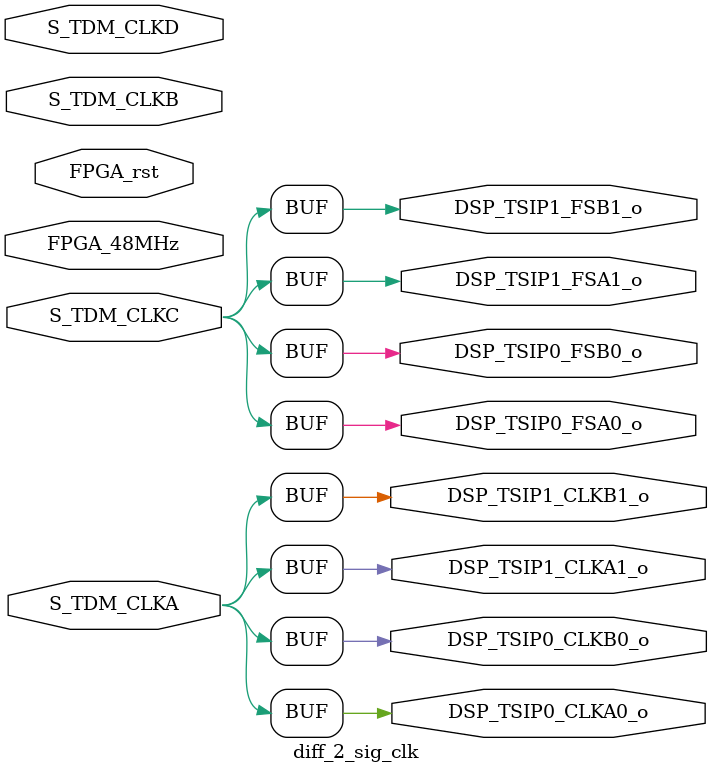
<source format=v>

	`include "params.v"

	
module diff_2_sig_clk( FPGA_48MHz        ,FPGA_rst 
                      ,S_TDM_CLKA        ,S_TDM_CLKB        ,S_TDM_CLKC        ,S_TDM_CLKD
                      ,DSP_TSIP0_CLKA0_o ,DSP_TSIP0_CLKB0_o ,DSP_TSIP1_CLKA1_o ,DSP_TSIP1_CLKB1_o
                      ,DSP_TSIP0_FSA0_o  ,DSP_TSIP0_FSB0_o  ,DSP_TSIP1_FSA1_o  ,DSP_TSIP1_FSB1_o
                      );
 input  FPGA_48MHz;
 input  FPGA_rst;

 input  S_TDM_CLKA;
 input  S_TDM_CLKB;
 input  S_TDM_CLKC;
 input  S_TDM_CLKD;

 output DSP_TSIP0_CLKA0_o;
 output DSP_TSIP0_CLKB0_o;
 output DSP_TSIP1_CLKA1_o;
 output DSP_TSIP1_CLKB1_o;
 
 output DSP_TSIP0_FSA0_o;
 output DSP_TSIP0_FSB0_o;
 output DSP_TSIP1_FSA1_o;
 output DSP_TSIP1_FSB1_o;
 
 reg 	DSP_TSIP0_CLKA0_o;
 reg 	DSP_TSIP0_CLKB0_o;
 reg 	DSP_TSIP1_CLKA1_o;
 reg 	DSP_TSIP1_CLKB1_o;
 
 reg 	DSP_TSIP0_FSA0_o;
 reg 	DSP_TSIP0_FSB0_o;
 reg 	DSP_TSIP1_FSA1_o;
 reg 	DSP_TSIP1_FSB1_o;
 
 reg [2:0] A_filter;
 reg [5:0] A_record;
 reg       A_fail;
 reg [2:0] B_filter;
 reg [5:0] B_record;
 reg       B_fail;
 reg [2:0] C_filter;
 reg [5:0] C_record;
 reg       C_fail;
 reg [2:0] D_filter;
 reg [5:0] D_record;
 reg       D_fail;
 
 reg clk_ab_sel;
 reg sync_a_nclk_ab_sel;
 reg sync_b_nclk_ab_sel;
 
 reg mux_clk_ab_out;
 
 reg clk_cd_sel;
 reg sync_c_nclk_cd_sel;
 reg sync_d_nclk_cd_sel;
 
 reg mux_clk_cd_out;
 
 `ifdef TDM_FAILOVER
 always@(mux_clk_ab_out or mux_clk_cd_out) begin
	DSP_TSIP0_CLKA0_o <= mux_clk_ab_out;
	DSP_TSIP0_CLKB0_o <= mux_clk_ab_out;
	DSP_TSIP1_CLKA1_o <= mux_clk_ab_out;
	DSP_TSIP1_CLKB1_o <= mux_clk_ab_out;
 
	DSP_TSIP0_FSA0_o  <= mux_clk_cd_out;
	DSP_TSIP0_FSB0_o  <= mux_clk_cd_out;
	DSP_TSIP1_FSA1_o  <= mux_clk_cd_out;
	DSP_TSIP1_FSB1_o  <= mux_clk_cd_out;
end	
`else
always@(S_TDM_CLKA or S_TDM_CLKC) begin
	DSP_TSIP0_CLKA0_o <= S_TDM_CLKA;
	DSP_TSIP0_CLKB0_o <= S_TDM_CLKA;
	DSP_TSIP1_CLKA1_o <= S_TDM_CLKA;
	DSP_TSIP1_CLKB1_o <= S_TDM_CLKA;
 
	DSP_TSIP0_FSA0_o  <= S_TDM_CLKC;
	DSP_TSIP0_FSB0_o  <= S_TDM_CLKC;
	DSP_TSIP1_FSA1_o  <= S_TDM_CLKC;
	DSP_TSIP1_FSB1_o  <= S_TDM_CLKC;
end	
`endif
 
 always@(posedge FPGA_48MHz or negedge FPGA_rst) begin
   if(~FPGA_rst) begin
       A_filter  <= 3'h0;
       A_record  <= 6'h15;
       A_fail    <= 1'b0;//1, fail
       B_filter  <= 3'h0;
       B_record  <= 6'h15;
       B_fail    <= 1'b0;
   end
   
   else begin
       A_filter <= {A_filter[1],A_filter[0],S_TDM_CLKA};
       B_filter <= {B_filter[1],B_filter[0],S_TDM_CLKB};
       A_record <= {A_record[4:0],A_filter[2]};
       B_record <= {B_record[4:0],B_filter[2]};
       if(A_record[3:0]==4'h0 || A_record[3:0]==4'hF) A_fail <= 1'b1;//Detect if 16.384Mh exist
       else                                 A_fail <= 1'b0;
       if(B_record[3:0]==4'h0 || B_record[3:0]==4'hF) B_fail <= 1'b1;
       else                                 B_fail <= 1'b0;
   end
 end
 
 ///////////////////////////////////// Glitch-Free Control for TDM_CLK_A & B  ///////////////////////
 always@(posedge FPGA_48MHz or negedge FPGA_rst) begin
   if(~FPGA_rst) 
       clk_ab_sel  <= 1'b0; 
   else if (A_fail) 
       clk_ab_sel  <= 1'b1;
   else if (B_fail)
       clk_ab_sel  <= 1'b0;
   else
       clk_ab_sel  <= 1'b0;
 end
 
 always@(negedge S_TDM_CLKA or negedge FPGA_rst) begin
   if(~FPGA_rst) 
       sync_a_nclk_ab_sel  <= 1'b0; 
   else 
       sync_a_nclk_ab_sel  <= clk_ab_sel;
 end

 always@(negedge S_TDM_CLKB or negedge FPGA_rst) begin
   if(~FPGA_rst) 
       sync_b_nclk_ab_sel  <= 1'b0; 
   else 
       sync_b_nclk_ab_sel  <= clk_ab_sel;
 end
//////////////////////////////////////////// Clock A & B Mux //////////////////////////////

 always@(FPGA_rst or A_fail or B_fail or sync_a_nclk_ab_sel or sync_b_nclk_ab_sel or 
           S_TDM_CLKA or S_TDM_CLKB) begin
   if(FPGA_rst==1'b0)
       mux_clk_ab_out <= S_TDM_CLKA ;
   else if(A_fail==1'b1 && B_fail==1'b1)
       mux_clk_ab_out <= 1'b0 ;
   else if(A_fail==1'b1 && sync_b_nclk_ab_sel==1'b1)
       mux_clk_ab_out <= S_TDM_CLKB ;
   else if(A_fail==1'b0 && sync_a_nclk_ab_sel==1'b0)
       mux_clk_ab_out <= S_TDM_CLKA ;
end	   
 
///////////////////////////////////////////////////////////////////////////////////////////
 always@(posedge FPGA_48MHz or negedge FPGA_rst) begin
   if(~FPGA_rst) begin
       C_filter  <= 3'h0;
       C_record  <= 6'h15;
       C_fail    <= 1'b0;//1, fail
       D_filter  <= 3'h0;
       D_record  <= 6'h15;
       D_fail    <= 1'b0;
   end
   
   else begin
       C_filter <= {C_filter[1],C_filter[0],S_TDM_CLKC};
       D_filter <= {D_filter[1],D_filter[0],S_TDM_CLKD};
       C_record <= {C_record[4:0],C_filter[2]};
       D_record <= {D_record[4:0],D_filter[2]};
       if(C_record[3:0]==4'h0 || C_record[3:0]==4'hF) C_fail <= 1'b1;//Detect if 16.384Mh exist
       else                                 C_fail <= 1'b0;
       if(D_record[3:0]==4'h0 || D_record[3:0]==4'hF) D_fail <= 1'b1;
       else                                 D_fail <= 1'b0;
   end
 end
 
 ///////////////////////////////////// Glitch-Free Control for TDM_CLK_C & D  ///////////////////////
 always@(posedge FPGA_48MHz or negedge FPGA_rst) begin
   if(~FPGA_rst) 
       clk_cd_sel  <= 1'b0; 
   else if (C_fail) 
       clk_cd_sel  <= 1'b1;
   else if (D_fail)
       clk_cd_sel  <= 1'b0;
   else
       clk_cd_sel  <= 1'b0;
 end
 
 always@(negedge S_TDM_CLKC or negedge FPGA_rst) begin
   if(~FPGA_rst) 
       sync_c_nclk_cd_sel  <= 1'b0; 
   else 
       sync_c_nclk_cd_sel  <= clk_cd_sel;
 end

 always@(negedge S_TDM_CLKD or negedge FPGA_rst) begin
   if(~FPGA_rst) 
       sync_d_nclk_cd_sel  <= 1'b0; 
   else 
       sync_d_nclk_cd_sel  <= clk_cd_sel;
 end
//////////////////////////////////////////// Clock A & B Mux //////////////////////////////

 always@(FPGA_rst or C_fail or D_fail or sync_c_nclk_cd_sel or sync_d_nclk_cd_sel or 
           S_TDM_CLKC or S_TDM_CLKD) begin
   if(FPGA_rst==1'b0)
       mux_clk_cd_out <= S_TDM_CLKC ;
   else if(C_fail==1'b1 && D_fail==1'b1)
       mux_clk_cd_out <= 1'b0 ;
   else if(C_fail==1'b1 && sync_d_nclk_cd_sel==1'b1)
       mux_clk_cd_out <= S_TDM_CLKD ;
   else if(C_fail==1'b0 && sync_c_nclk_cd_sel==1'b0)
       mux_clk_cd_out <= S_TDM_CLKC ;
end	   

endmodule
</source>
